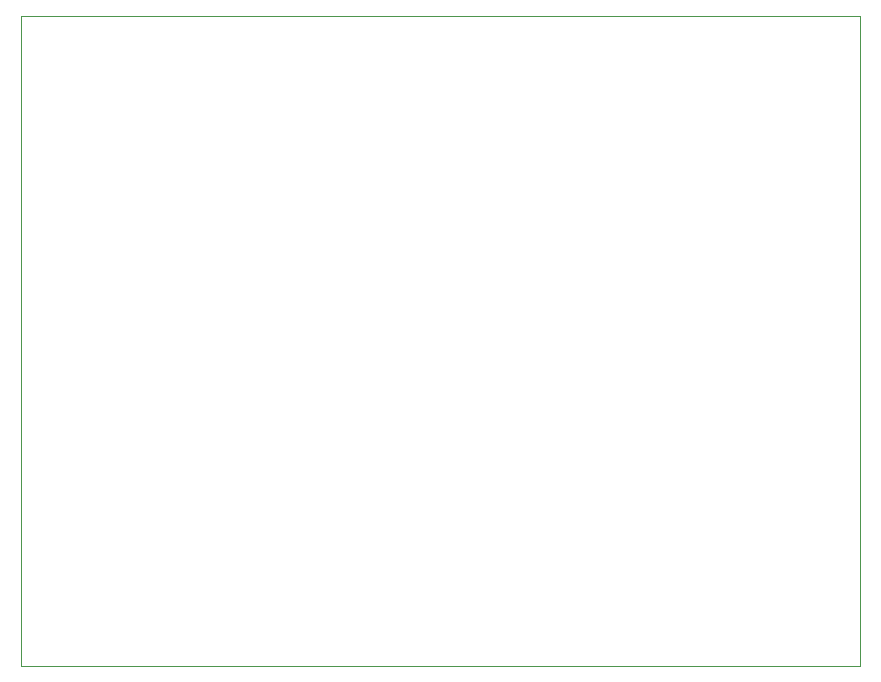
<source format=gbr>
%TF.GenerationSoftware,Altium Limited,Altium Designer,23.4.1 (23)*%
G04 Layer_Color=0*
%FSLAX45Y45*%
%MOMM*%
%TF.SameCoordinates,EC373B95-F81A-4979-A11E-F0651E9AEA0C*%
%TF.FilePolarity,Positive*%
%TF.FileFunction,Profile,NP*%
%TF.Part,Single*%
G01*
G75*
%TA.AperFunction,Profile*%
%ADD55C,0.02540*%
D55*
X100000Y100000D02*
X100000Y5600000D01*
X7200000D01*
Y100000D01*
X100000D01*
%TF.MD5,c18e8673e2141777a7580539e05d351f*%
M02*

</source>
